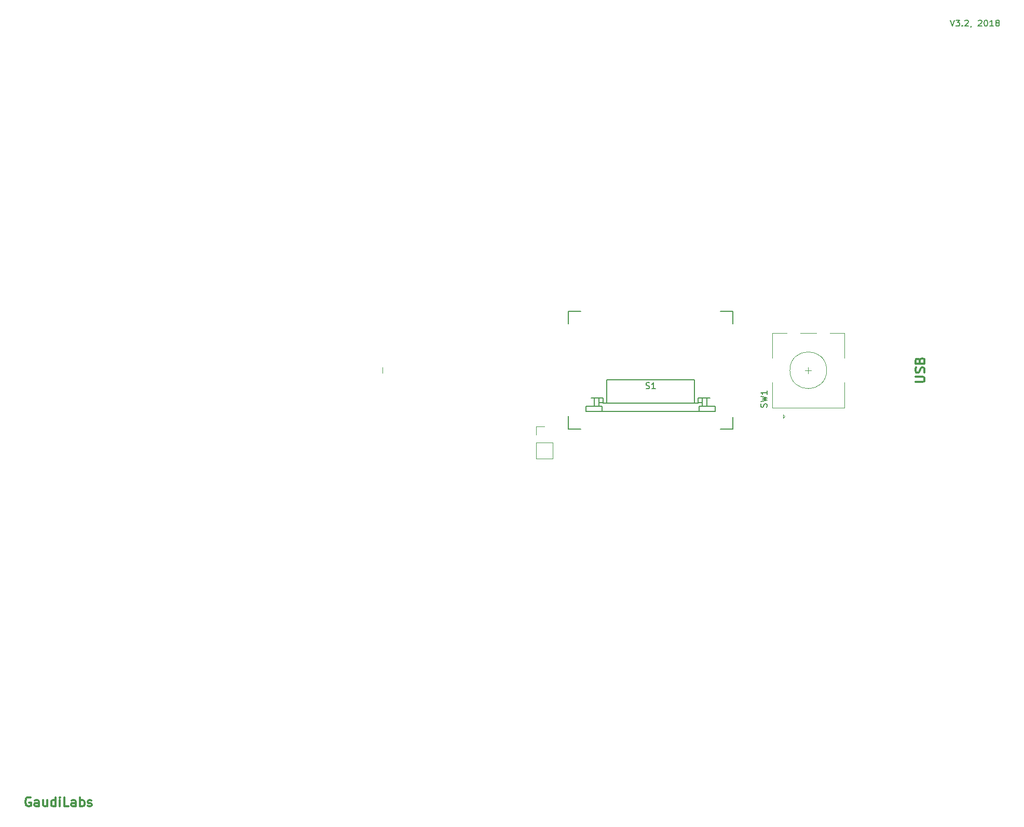
<source format=gbr>
G04 #@! TF.GenerationSoftware,KiCad,Pcbnew,5.0.2-bee76a0~70~ubuntu18.04.1*
G04 #@! TF.CreationDate,2019-11-12T09:59:33+01:00*
G04 #@! TF.ProjectId,RocketPCR,526f636b-6574-4504-9352-2e6b69636164,rev?*
G04 #@! TF.SameCoordinates,Original*
G04 #@! TF.FileFunction,Legend,Top*
G04 #@! TF.FilePolarity,Positive*
%FSLAX46Y46*%
G04 Gerber Fmt 4.6, Leading zero omitted, Abs format (unit mm)*
G04 Created by KiCad (PCBNEW 5.0.2-bee76a0~70~ubuntu18.04.1) date Di 12 Nov 2019 09:59:33 CET*
%MOMM*%
%LPD*%
G01*
G04 APERTURE LIST*
%ADD10C,0.100000*%
%ADD11C,0.300000*%
%ADD12C,0.200000*%
%ADD13C,0.150000*%
%ADD14C,0.120000*%
G04 APERTURE END LIST*
D10*
X96000000Y-99500000D02*
X96000000Y-100400000D01*
D11*
X182928571Y-101867857D02*
X184142857Y-101867857D01*
X184285714Y-101796428D01*
X184357142Y-101725000D01*
X184428571Y-101582142D01*
X184428571Y-101296428D01*
X184357142Y-101153571D01*
X184285714Y-101082142D01*
X184142857Y-101010714D01*
X182928571Y-101010714D01*
X184357142Y-100367857D02*
X184428571Y-100153571D01*
X184428571Y-99796428D01*
X184357142Y-99653571D01*
X184285714Y-99582142D01*
X184142857Y-99510714D01*
X184000000Y-99510714D01*
X183857142Y-99582142D01*
X183785714Y-99653571D01*
X183714285Y-99796428D01*
X183642857Y-100082142D01*
X183571428Y-100225000D01*
X183500000Y-100296428D01*
X183357142Y-100367857D01*
X183214285Y-100367857D01*
X183071428Y-100296428D01*
X183000000Y-100225000D01*
X182928571Y-100082142D01*
X182928571Y-99725000D01*
X183000000Y-99510714D01*
X183642857Y-98367857D02*
X183714285Y-98153571D01*
X183785714Y-98082142D01*
X183928571Y-98010714D01*
X184142857Y-98010714D01*
X184285714Y-98082142D01*
X184357142Y-98153571D01*
X184428571Y-98296428D01*
X184428571Y-98867857D01*
X182928571Y-98867857D01*
X182928571Y-98367857D01*
X183000000Y-98225000D01*
X183071428Y-98153571D01*
X183214285Y-98082142D01*
X183357142Y-98082142D01*
X183500000Y-98153571D01*
X183571428Y-98225000D01*
X183642857Y-98367857D01*
X183642857Y-98867857D01*
X38588571Y-169700000D02*
X38445714Y-169628571D01*
X38231428Y-169628571D01*
X38017142Y-169700000D01*
X37874285Y-169842857D01*
X37802857Y-169985714D01*
X37731428Y-170271428D01*
X37731428Y-170485714D01*
X37802857Y-170771428D01*
X37874285Y-170914285D01*
X38017142Y-171057142D01*
X38231428Y-171128571D01*
X38374285Y-171128571D01*
X38588571Y-171057142D01*
X38660000Y-170985714D01*
X38660000Y-170485714D01*
X38374285Y-170485714D01*
X39945714Y-171128571D02*
X39945714Y-170342857D01*
X39874285Y-170200000D01*
X39731428Y-170128571D01*
X39445714Y-170128571D01*
X39302857Y-170200000D01*
X39945714Y-171057142D02*
X39802857Y-171128571D01*
X39445714Y-171128571D01*
X39302857Y-171057142D01*
X39231428Y-170914285D01*
X39231428Y-170771428D01*
X39302857Y-170628571D01*
X39445714Y-170557142D01*
X39802857Y-170557142D01*
X39945714Y-170485714D01*
X41302857Y-170128571D02*
X41302857Y-171128571D01*
X40660000Y-170128571D02*
X40660000Y-170914285D01*
X40731428Y-171057142D01*
X40874285Y-171128571D01*
X41088571Y-171128571D01*
X41231428Y-171057142D01*
X41302857Y-170985714D01*
X42660000Y-171128571D02*
X42660000Y-169628571D01*
X42660000Y-171057142D02*
X42517142Y-171128571D01*
X42231428Y-171128571D01*
X42088571Y-171057142D01*
X42017142Y-170985714D01*
X41945714Y-170842857D01*
X41945714Y-170414285D01*
X42017142Y-170271428D01*
X42088571Y-170200000D01*
X42231428Y-170128571D01*
X42517142Y-170128571D01*
X42660000Y-170200000D01*
X43374285Y-171128571D02*
X43374285Y-170128571D01*
X43374285Y-169628571D02*
X43302857Y-169700000D01*
X43374285Y-169771428D01*
X43445714Y-169700000D01*
X43374285Y-169628571D01*
X43374285Y-169771428D01*
X44802857Y-171128571D02*
X44088571Y-171128571D01*
X44088571Y-169628571D01*
X45945714Y-171128571D02*
X45945714Y-170342857D01*
X45874285Y-170200000D01*
X45731428Y-170128571D01*
X45445714Y-170128571D01*
X45302857Y-170200000D01*
X45945714Y-171057142D02*
X45802857Y-171128571D01*
X45445714Y-171128571D01*
X45302857Y-171057142D01*
X45231428Y-170914285D01*
X45231428Y-170771428D01*
X45302857Y-170628571D01*
X45445714Y-170557142D01*
X45802857Y-170557142D01*
X45945714Y-170485714D01*
X46660000Y-171128571D02*
X46660000Y-169628571D01*
X46660000Y-170200000D02*
X46802857Y-170128571D01*
X47088571Y-170128571D01*
X47231428Y-170200000D01*
X47302857Y-170271428D01*
X47374285Y-170414285D01*
X47374285Y-170842857D01*
X47302857Y-170985714D01*
X47231428Y-171057142D01*
X47088571Y-171128571D01*
X46802857Y-171128571D01*
X46660000Y-171057142D01*
X47945714Y-171057142D02*
X48088571Y-171128571D01*
X48374285Y-171128571D01*
X48517142Y-171057142D01*
X48588571Y-170914285D01*
X48588571Y-170842857D01*
X48517142Y-170700000D01*
X48374285Y-170628571D01*
X48160000Y-170628571D01*
X48017142Y-170557142D01*
X47945714Y-170414285D01*
X47945714Y-170342857D01*
X48017142Y-170200000D01*
X48160000Y-170128571D01*
X48374285Y-170128571D01*
X48517142Y-170200000D01*
D12*
X188622380Y-42802380D02*
X188955714Y-43802380D01*
X189289047Y-42802380D01*
X189527142Y-42802380D02*
X190146190Y-42802380D01*
X189812857Y-43183333D01*
X189955714Y-43183333D01*
X190050952Y-43230952D01*
X190098571Y-43278571D01*
X190146190Y-43373809D01*
X190146190Y-43611904D01*
X190098571Y-43707142D01*
X190050952Y-43754761D01*
X189955714Y-43802380D01*
X189670000Y-43802380D01*
X189574761Y-43754761D01*
X189527142Y-43707142D01*
X190574761Y-43707142D02*
X190622380Y-43754761D01*
X190574761Y-43802380D01*
X190527142Y-43754761D01*
X190574761Y-43707142D01*
X190574761Y-43802380D01*
X191003333Y-42897619D02*
X191050952Y-42850000D01*
X191146190Y-42802380D01*
X191384285Y-42802380D01*
X191479523Y-42850000D01*
X191527142Y-42897619D01*
X191574761Y-42992857D01*
X191574761Y-43088095D01*
X191527142Y-43230952D01*
X190955714Y-43802380D01*
X191574761Y-43802380D01*
X192050952Y-43754761D02*
X192050952Y-43802380D01*
X192003333Y-43897619D01*
X191955714Y-43945238D01*
X193193809Y-42897619D02*
X193241428Y-42850000D01*
X193336666Y-42802380D01*
X193574761Y-42802380D01*
X193670000Y-42850000D01*
X193717619Y-42897619D01*
X193765238Y-42992857D01*
X193765238Y-43088095D01*
X193717619Y-43230952D01*
X193146190Y-43802380D01*
X193765238Y-43802380D01*
X194384285Y-42802380D02*
X194479523Y-42802380D01*
X194574761Y-42850000D01*
X194622380Y-42897619D01*
X194670000Y-42992857D01*
X194717619Y-43183333D01*
X194717619Y-43421428D01*
X194670000Y-43611904D01*
X194622380Y-43707142D01*
X194574761Y-43754761D01*
X194479523Y-43802380D01*
X194384285Y-43802380D01*
X194289047Y-43754761D01*
X194241428Y-43707142D01*
X194193809Y-43611904D01*
X194146190Y-43421428D01*
X194146190Y-43183333D01*
X194193809Y-42992857D01*
X194241428Y-42897619D01*
X194289047Y-42850000D01*
X194384285Y-42802380D01*
X195670000Y-43802380D02*
X195098571Y-43802380D01*
X195384285Y-43802380D02*
X195384285Y-42802380D01*
X195289047Y-42945238D01*
X195193809Y-43040476D01*
X195098571Y-43088095D01*
X196241428Y-43230952D02*
X196146190Y-43183333D01*
X196098571Y-43135714D01*
X196050952Y-43040476D01*
X196050952Y-42992857D01*
X196098571Y-42897619D01*
X196146190Y-42850000D01*
X196241428Y-42802380D01*
X196431904Y-42802380D01*
X196527142Y-42850000D01*
X196574761Y-42897619D01*
X196622380Y-42992857D01*
X196622380Y-43040476D01*
X196574761Y-43135714D01*
X196527142Y-43183333D01*
X196431904Y-43230952D01*
X196241428Y-43230952D01*
X196146190Y-43278571D01*
X196098571Y-43326190D01*
X196050952Y-43421428D01*
X196050952Y-43611904D01*
X196098571Y-43707142D01*
X196146190Y-43754761D01*
X196241428Y-43802380D01*
X196431904Y-43802380D01*
X196527142Y-43754761D01*
X196574761Y-43707142D01*
X196622380Y-43611904D01*
X196622380Y-43421428D01*
X196574761Y-43326190D01*
X196527142Y-43278571D01*
X196431904Y-43230952D01*
D13*
G04 #@! TO.C,S1*
X153137000Y-90330000D02*
X151137000Y-90330000D01*
X153137000Y-90330000D02*
X153137000Y-92330000D01*
X153137000Y-109530000D02*
X153137000Y-107630000D01*
X153137000Y-109530000D02*
X151137000Y-109530000D01*
X126337000Y-109530000D02*
X128337000Y-109530000D01*
X126337000Y-109530000D02*
X126337000Y-107430000D01*
X126337000Y-90330000D02*
X126337000Y-92330000D01*
X126337000Y-90330000D02*
X128337000Y-90330000D01*
X132574200Y-101490000D02*
X132574200Y-105308000D01*
X130074200Y-104495200D02*
X131979200Y-104495200D01*
X131979200Y-104495200D02*
X131979200Y-105308000D01*
X131979200Y-105308000D02*
X147494800Y-105308000D01*
X147494800Y-105308000D02*
X147494800Y-104495200D01*
X147494800Y-104495200D02*
X149399800Y-104495200D01*
X146899800Y-105308000D02*
X146899800Y-101490000D01*
X148942600Y-104495200D02*
X148942600Y-105866800D01*
X147494800Y-105206400D02*
X148129800Y-105206400D01*
X148129800Y-104495200D02*
X148129800Y-105866800D01*
X131979200Y-105206400D02*
X131344200Y-105206400D01*
X130531400Y-104495200D02*
X130531400Y-105866800D01*
X131344200Y-104495200D02*
X131344200Y-105866800D01*
X129185200Y-106679600D02*
X129185200Y-105866800D01*
X129185200Y-105866800D02*
X131826800Y-105866800D01*
X131826800Y-105866800D02*
X131826800Y-106679600D01*
X129185200Y-106679600D02*
X150288800Y-106679600D01*
X150288800Y-106679600D02*
X150288800Y-105866800D01*
X150288800Y-105866800D02*
X147647200Y-105866800D01*
X147647200Y-105866800D02*
X147647200Y-106679600D01*
X132574200Y-101490000D02*
X146899800Y-101490000D01*
D14*
G04 #@! TO.C,SW1*
X165457000Y-100455000D02*
X165457000Y-99455000D01*
X164957000Y-99955000D02*
X165957000Y-99955000D01*
X168957000Y-93855000D02*
X171357000Y-93855000D01*
X164157000Y-93855000D02*
X166757000Y-93855000D01*
X159557000Y-93855000D02*
X161957000Y-93855000D01*
X161357000Y-107155000D02*
X161657000Y-107455000D01*
X161357000Y-107755000D02*
X161357000Y-107155000D01*
X161657000Y-107455000D02*
X161357000Y-107755000D01*
X159557000Y-106055000D02*
X171357000Y-106055000D01*
X159557000Y-101955000D02*
X159557000Y-106055000D01*
X171357000Y-101955000D02*
X171357000Y-106055000D01*
X171357000Y-93855000D02*
X171357000Y-97955000D01*
X159557000Y-97955000D02*
X159557000Y-93855000D01*
X168457000Y-99955000D02*
G75*
G03X168457000Y-99955000I-3000000J0D01*
G01*
G04 #@! TO.C,J1*
X121105200Y-114340600D02*
X123765200Y-114340600D01*
X121105200Y-111740600D02*
X121105200Y-114340600D01*
X123765200Y-111740600D02*
X123765200Y-114340600D01*
X121105200Y-111740600D02*
X123765200Y-111740600D01*
X121105200Y-110470600D02*
X121105200Y-109140600D01*
X121105200Y-109140600D02*
X122435200Y-109140600D01*
G04 #@! TO.C,S1*
D13*
X138975095Y-102918761D02*
X139117952Y-102966380D01*
X139356047Y-102966380D01*
X139451285Y-102918761D01*
X139498904Y-102871142D01*
X139546523Y-102775904D01*
X139546523Y-102680666D01*
X139498904Y-102585428D01*
X139451285Y-102537809D01*
X139356047Y-102490190D01*
X139165571Y-102442571D01*
X139070333Y-102394952D01*
X139022714Y-102347333D01*
X138975095Y-102252095D01*
X138975095Y-102156857D01*
X139022714Y-102061619D01*
X139070333Y-102014000D01*
X139165571Y-101966380D01*
X139403666Y-101966380D01*
X139546523Y-102014000D01*
X140498904Y-102966380D02*
X139927476Y-102966380D01*
X140213190Y-102966380D02*
X140213190Y-101966380D01*
X140117952Y-102109238D01*
X140022714Y-102204476D01*
X139927476Y-102252095D01*
G04 #@! TO.C,SW1*
X158661761Y-105988333D02*
X158709380Y-105845476D01*
X158709380Y-105607380D01*
X158661761Y-105512142D01*
X158614142Y-105464523D01*
X158518904Y-105416904D01*
X158423666Y-105416904D01*
X158328428Y-105464523D01*
X158280809Y-105512142D01*
X158233190Y-105607380D01*
X158185571Y-105797857D01*
X158137952Y-105893095D01*
X158090333Y-105940714D01*
X157995095Y-105988333D01*
X157899857Y-105988333D01*
X157804619Y-105940714D01*
X157757000Y-105893095D01*
X157709380Y-105797857D01*
X157709380Y-105559761D01*
X157757000Y-105416904D01*
X157709380Y-105083571D02*
X158709380Y-104845476D01*
X157995095Y-104655000D01*
X158709380Y-104464523D01*
X157709380Y-104226428D01*
X158709380Y-103321666D02*
X158709380Y-103893095D01*
X158709380Y-103607380D02*
X157709380Y-103607380D01*
X157852238Y-103702619D01*
X157947476Y-103797857D01*
X157995095Y-103893095D01*
G04 #@! TD*
M02*

</source>
